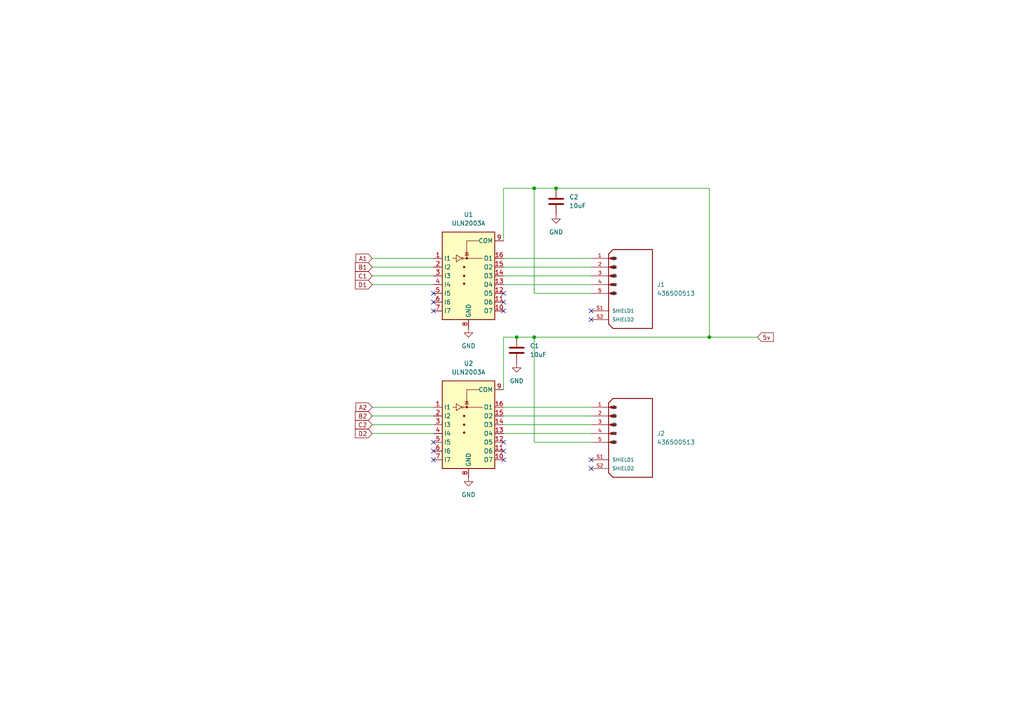
<source format=kicad_sch>
(kicad_sch (version 20211123) (generator eeschema)
  (paper "A4")
  (lib_symbols
    (symbol "436500513:436500513" (pin_names (offset 1.016))
      (property "Reference" "J" (at 0 11.43 0))
      (property "Value" "436500513" (at 0 -15.24 0))
      (symbol "436500513_0_0"
        (polyline (pts (xy 0 -11.43) (xy 1.27 -12.7)) (stroke (width 0.254)))
        (polyline (pts (xy 0 -2.54) (xy 1.905 -2.54)) (stroke (width 0.254)))
        (polyline (pts (xy 0 0) (xy 1.905 0)) (stroke (width 0.254)))
        (polyline (pts (xy 0 2.54) (xy 1.905 2.54)) (stroke (width 0.254)))
        (polyline (pts (xy 0 5.08) (xy 1.905 5.08)) (stroke (width 0.254)))
        (polyline (pts (xy 0 7.62) (xy 0 -11.43)) (stroke (width 0.254)))
        (polyline (pts (xy 0 7.62) (xy 1.905 7.62)) (stroke (width 0.254)))
        (polyline (pts (xy 0 8.89) (xy 0 7.62)) (stroke (width 0.254)))
        (polyline (pts (xy 0 8.89) (xy 1.27 10.16)) (stroke (width 0.254)))
        (polyline (pts (xy 1.27 -12.7) (xy 12.7 -12.7)) (stroke (width 0.254)))
        (polyline (pts (xy 12.7 -12.7) (xy 12.7 10.16)) (stroke (width 0.254)))
        (polyline (pts (xy 12.7 10.16) (xy 1.27 10.16)) (stroke (width 0.254)))
        (rectangle (start 0.6096 -2.8448) (end 2.2098 -2.2098) (fill (type outline)))
        (rectangle (start 0.6096 -0.3048) (end 2.2098 0.3048) (fill (type outline)))
        (rectangle (start 0.6096 2.2098) (end 2.2098 2.8448) (fill (type outline)))
        (rectangle (start 0.6096 4.7498) (end 2.2098 5.3848) (fill (type outline)))
        (rectangle (start 0.6096 7.2898) (end 2.2098 7.9248) (fill (type outline)))
        (pin passive line (at -5.08 7.62 0) (length 5.08) (name "1") (number "1"))
        (pin passive line (at -5.08 5.08 0) (length 5.08) (name "2") (number "2"))
        (pin passive line (at -5.08 2.54 0) (length 5.08) (name "3") (number "3"))
        (pin passive line (at -5.08 0 0) (length 5.08) (name "4") (number "4"))
        (pin passive line (at -5.08 -2.54 0) (length 5.08) (name "5") (number "5"))
        (pin passive line (at -5.08 -7.62 0) (length 5.08) (name "SHIELD1") (number "S1"))
        (pin passive line (at -5.08 -10.16 0) (length 5.08) (name "SHIELD2") (number "S2"))
      )
    )
    (symbol "Device:C" (pin_numbers hide) (pin_names (offset 0.254))
      (property "Reference" "C" (at 0.635 2.54 0))
      (property "Value" "C" (at 0.635 -2.54 0))
      (symbol "C_0_1"
        (polyline (pts (xy -2.032 -0.762) (xy 2.032 -0.762)) (stroke (width 0.508)))
        (polyline (pts (xy -2.032 0.762) (xy 2.032 0.762)) (stroke (width 0.508)))
      )
      (symbol "C_1_1"
        (pin passive line (at 0 3.81 270) (length 2.794) (name "~") (number "1"))
        (pin passive line (at 0 -3.81 90) (length 2.794) (name "~") (number "2"))
      )
    )
    (symbol "Transistor_Array:ULN2003A"
      (property "Reference" "U" (at 0 15.875 0))
      (property "Value" "ULN2003A" (at 0 13.97 0))
      (symbol "ULN2003A_0_1"
        (rectangle (start -7.62 -12.7) (end 7.62 12.7) (stroke (width 0.254)) (fill (type background)))
        (circle (center -1.778 5.08) (radius 0.254))
        (circle (center -1.27 -2.286) (radius 0.254) (fill (type outline)))
        (circle (center -1.27 0) (radius 0.254) (fill (type outline)))
        (circle (center -1.27 2.54) (radius 0.254) (fill (type outline)))
        (circle (center -0.508 5.08) (radius 0.254) (fill (type outline)))
        (polyline (pts (xy -4.572 5.08) (xy -3.556 5.08)))
        (polyline (pts (xy -1.524 5.08) (xy 4.064 5.08)))
        (polyline (pts (xy 0 6.731) (xy -1.016 6.731)))
        (polyline (pts (xy -0.508 5.08) (xy -0.508 10.16) (xy 2.921 10.16)))
        (polyline (pts (xy -3.556 6.096) (xy -3.556 4.064) (xy -2.032 5.08) (xy -3.556 6.096)))
        (polyline (pts (xy 0 5.969) (xy -1.016 5.969) (xy -0.508 6.731) (xy 0 5.969)))
      )
      (symbol "ULN2003A_1_1"
        (pin input line (at -10.16 5.08 0) (length 2.54) (name "I1") (number "1"))
        (pin open_collector line (at 10.16 -10.16 180) (length 2.54) (name "O7") (number "10"))
        (pin open_collector line (at 10.16 -7.62 180) (length 2.54) (name "O6") (number "11"))
        (pin open_collector line (at 10.16 -5.08 180) (length 2.54) (name "O5") (number "12"))
        (pin open_collector line (at 10.16 -2.54 180) (length 2.54) (name "O4") (number "13"))
        (pin open_collector line (at 10.16 0 180) (length 2.54) (name "O3") (number "14"))
        (pin open_collector line (at 10.16 2.54 180) (length 2.54) (name "O2") (number "15"))
        (pin open_collector line (at 10.16 5.08 180) (length 2.54) (name "O1") (number "16"))
        (pin input line (at -10.16 2.54 0) (length 2.54) (name "I2") (number "2"))
        (pin input line (at -10.16 0 0) (length 2.54) (name "I3") (number "3"))
        (pin input line (at -10.16 -2.54 0) (length 2.54) (name "I4") (number "4"))
        (pin input line (at -10.16 -5.08 0) (length 2.54) (name "I5") (number "5"))
        (pin input line (at -10.16 -7.62 0) (length 2.54) (name "I6") (number "6"))
        (pin input line (at -10.16 -10.16 0) (length 2.54) (name "I7") (number "7"))
        (pin power_in line (at 0 -15.24 90) (length 2.54) (name "GND") (number "8"))
        (pin passive line (at 10.16 10.16 180) (length 2.54) (name "COM") (number "9"))
      )
    )
    (symbol "power:GND" (power) (pin_names (offset 0))
      (property "Value" "GND" (at 0 -3.81 0))
      (symbol "GND_0_1"
        (polyline (pts (xy 0 0) (xy 0 -1.27) (xy 1.27 -1.27) (xy 0 -2.54) (xy -1.27 -1.27) (xy 0 -1.27)))
      )
      (symbol "GND_1_1"
        (pin power_in line (at 0 0 270) (length 0) hide (name "GND") (number "1"))
      )
    )
  )
  (junction (at 205.74 97.79))
  (junction (at 154.94 54.61))
  (junction (at 154.94 97.79))
  (junction (at 161.29 54.61))
  (junction (at 149.86 97.79))
  (no_connect (at 125.73 133.35))
  (no_connect (at 125.73 85.09))
  (no_connect (at 146.05 133.35))
  (no_connect (at 146.05 85.09))
  (no_connect (at 171.45 92.71))
  (no_connect (at 171.45 90.17))
  (no_connect (at 171.45 133.35))
  (no_connect (at 171.45 135.89))
  (no_connect (at 146.05 128.27))
  (no_connect (at 146.05 90.17))
  (no_connect (at 146.05 130.81))
  (no_connect (at 125.73 87.63))
  (no_connect (at 146.05 87.63))
  (no_connect (at 125.73 128.27))
  (no_connect (at 125.73 130.81))
  (no_connect (at 125.73 90.17))
  (wire (pts (xy 171.45 77.47) (xy 146.05 77.47)))
  (wire (pts (xy 171.45 80.01) (xy 146.05 80.01)))
  (wire (pts (xy 171.45 120.65) (xy 146.05 120.65)))
  (wire (pts (xy 107.95 80.01) (xy 125.73 80.01)))
  (wire (pts (xy 171.45 74.93) (xy 146.05 74.93)))
  (wire (pts (xy 146.05 69.85) (xy 146.05 54.61)))
  (wire (pts (xy 171.45 82.55) (xy 146.05 82.55)))
  (wire (pts (xy 154.94 54.61) (xy 161.29 54.61)))
  (wire (pts (xy 154.94 97.79) (xy 205.74 97.79)))
  (wire (pts (xy 146.05 113.03) (xy 146.05 97.79)))
  (wire (pts (xy 107.95 125.73) (xy 125.73 125.73)))
  (wire (pts (xy 149.86 97.79) (xy 154.94 97.79)))
  (wire (pts (xy 107.95 82.55) (xy 125.73 82.55)))
  (wire (pts (xy 205.74 54.61) (xy 161.29 54.61)))
  (wire (pts (xy 205.74 97.79) (xy 219.71 97.79)))
  (wire (pts (xy 107.95 123.19) (xy 125.73 123.19)))
  (wire (pts (xy 146.05 97.79) (xy 149.86 97.79)))
  (wire (pts (xy 154.94 128.27) (xy 154.94 97.79)))
  (wire (pts (xy 107.95 118.11) (xy 125.73 118.11)))
  (wire (pts (xy 171.45 123.19) (xy 146.05 123.19)))
  (wire (pts (xy 107.95 74.93) (xy 125.73 74.93)))
  (wire (pts (xy 107.95 77.47) (xy 125.73 77.47)))
  (wire (pts (xy 171.45 125.73) (xy 146.05 125.73)))
  (wire (pts (xy 171.45 118.11) (xy 146.05 118.11)))
  (wire (pts (xy 107.95 120.65) (xy 125.73 120.65)))
  (wire (pts (xy 154.94 85.09) (xy 154.94 54.61)))
  (wire (pts (xy 146.05 54.61) (xy 154.94 54.61)))
  (wire (pts (xy 205.74 97.79) (xy 205.74 54.61)))
  (wire (pts (xy 171.45 85.09) (xy 154.94 85.09)))
  (wire (pts (xy 171.45 128.27) (xy 154.94 128.27)))
  (global_label "A1" (shape input) (at 107.95 74.93 180) (property "Intersheet References" "${INTERSHEET_REFS}" (effects hide)))
  (global_label "D2" (shape input) (at 107.95 125.73 180) (property "Intersheet References" "${INTERSHEET_REFS}" (effects hide)))
  (global_label "B2" (shape input) (at 107.95 120.65 180) (property "Intersheet References" "${INTERSHEET_REFS}" (effects hide)))
  (global_label "B1" (shape input) (at 107.95 77.47 180) (property "Intersheet References" "${INTERSHEET_REFS}" (effects hide)))
  (global_label "D1" (shape input) (at 107.95 82.55 180) (property "Intersheet References" "${INTERSHEET_REFS}" (effects hide)))
  (global_label "C2" (shape input) (at 107.95 123.19 180) (property "Intersheet References" "${INTERSHEET_REFS}" (effects hide)))
  (global_label "C1" (shape input) (at 107.95 80.01 180) (property "Intersheet References" "${INTERSHEET_REFS}" (effects hide)))
  (global_label "A2" (shape input) (at 107.95 118.11 180) (property "Intersheet References" "${INTERSHEET_REFS}" (effects hide)))
  (global_label "5v" (shape input) (at 219.71 97.79 0) (property "Intersheet References" "${INTERSHEET_REFS}" (effects hide)))
  (symbol (lib_id "Transistor_Array:ULN2003A") (at 135.89 80.01 0) (unit 1)
    (property "Reference" "U1" (at 135.89 62.23 0))
    (property "Value" "ULN2003A" (at 135.89 64.77 0))
    (property "Footprint" "Package_DIP:DIP-16_W7.62mm_Socket" (effects hide))
    (property "Datasheet" "http://www.ti.com/lit/ds/symlink/uln2003a.pdf" (effects hide))
  )
  (symbol (lib_id "Device:C") (at 149.86 101.6 0) (unit 1)
    (property "Reference" "C1" (at 153.67 100.3299 0) (effects (justify left)))
    (property "Value" "10uF" (at 153.67 102.8699 0) (effects (justify left)))
    (property "Footprint" "Capacitor_THT:C_Disc_D5.0mm_W2.5mm_P5.00mm" (effects hide))
  )
  (symbol (lib_id "power:GND") (at 135.89 95.25 0) (unit 1)
    (property "Reference" "#PWR01" (effects hide))
    (property "Value" "GND" (at 135.89 100.33 0))
  )
  (symbol (lib_id "power:GND") (at 135.89 138.43 0) (unit 1)
    (property "Reference" "#PWR02" (effects hide))
    (property "Value" "GND" (at 135.89 143.51 0))
  )
  (symbol (lib_id "power:GND") (at 149.86 105.41 0) (unit 1)
    (property "Reference" "#PWR03" (effects hide))
    (property "Value" "GND" (at 149.86 110.49 0))
  )
  (symbol (lib_id "power:GND") (at 161.29 62.23 0) (unit 1)
    (property "Reference" "#PWR04" (effects hide))
    (property "Value" "GND" (at 161.29 67.31 0))
  )
  (symbol (lib_id "Transistor_Array:ULN2003A") (at 135.89 123.19 0) (unit 1)
    (property "Reference" "U2" (at 135.89 105.41 0))
    (property "Value" "ULN2003A" (at 135.89 107.95 0))
    (property "Footprint" "Package_DIP:DIP-16_W7.62mm_Socket" (effects hide))
    (property "Datasheet" "http://www.ti.com/lit/ds/symlink/uln2003a.pdf" (effects hide))
  )
  (symbol (lib_id "Device:C") (at 161.29 58.42 0) (unit 1)
    (property "Reference" "C2" (at 165.1 57.1499 0) (effects (justify left)))
    (property "Value" "10uF" (at 165.1 59.6899 0) (effects (justify left)))
    (property "Footprint" "Capacitor_THT:C_Disc_D5.0mm_W2.5mm_P5.00mm" (effects hide))
  )
  (symbol (lib_id "436500513:436500513") (at 176.53 125.73 0) (unit 1)
    (property "Reference" "J2" (at 190.5 125.7299 0) (effects (justify left)))
    (property "Value" "436500513" (at 190.5 128.2699 0) (effects (justify left)))
    (property "Footprint" "SnapEDA Library:MOLEX_436500513" (effects hide))
    (property "PARTREV" "E8" (effects hide))
    (property "MAXIMUM_PACKAGE_HEIGHT" "5.57 mm" (effects hide))
    (property "STANDARD" "Manufacturer Recommendations" (effects hide))
    (property "MANUFACTURER" "Molex" (effects hide))
  )
  (symbol (lib_id "436500513:436500513") (at 176.53 82.55 0) (unit 1)
    (property "Reference" "J1" (at 190.5 82.5499 0) (effects (justify left)))
    (property "Value" "436500513" (at 190.5 85.0899 0) (effects (justify left)))
    (property "Footprint" "SnapEDA Library:MOLEX_436500513" (effects hide))
    (property "PARTREV" "E8" (effects hide))
    (property "MAXIMUM_PACKAGE_HEIGHT" "5.57 mm" (effects hide))
    (property "STANDARD" "Manufacturer Recommendations" (effects hide))
    (property "MANUFACTURER" "Molex" (effects hide))
  )
)
</source>
